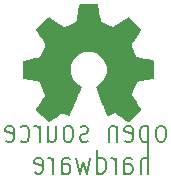
<source format=gbo>
G04 (created by PCBNEW-RS274X (2012-01-19 BZR 3256)-stable) date 24/08/2012 17:37:12*
G01*
G70*
G90*
%MOIN*%
G04 Gerber Fmt 3.4, Leading zero omitted, Abs format*
%FSLAX34Y34*%
G04 APERTURE LIST*
%ADD10C,0.006000*%
%ADD11C,0.008000*%
%ADD12C,0.000100*%
G04 APERTURE END LIST*
G54D10*
G54D11*
X05588Y02066D02*
X05588Y02866D01*
X05331Y02066D02*
X05331Y02485D01*
X05360Y02561D01*
X05417Y02600D01*
X05502Y02600D01*
X05560Y02561D01*
X05588Y02523D01*
X04788Y02066D02*
X04788Y02485D01*
X04817Y02561D01*
X04874Y02600D01*
X04988Y02600D01*
X05045Y02561D01*
X04788Y02104D02*
X04845Y02066D01*
X04988Y02066D01*
X05045Y02104D01*
X05074Y02180D01*
X05074Y02257D01*
X05045Y02333D01*
X04988Y02371D01*
X04845Y02371D01*
X04788Y02409D01*
X04502Y02066D02*
X04502Y02600D01*
X04502Y02447D02*
X04474Y02523D01*
X04445Y02561D01*
X04388Y02600D01*
X04331Y02600D01*
X03874Y02066D02*
X03874Y02866D01*
X03874Y02104D02*
X03931Y02066D01*
X04045Y02066D01*
X04103Y02104D01*
X04131Y02142D01*
X04160Y02219D01*
X04160Y02447D01*
X04131Y02523D01*
X04103Y02561D01*
X04045Y02600D01*
X03931Y02600D01*
X03874Y02561D01*
X03645Y02600D02*
X03531Y02066D01*
X03417Y02447D01*
X03302Y02066D01*
X03188Y02600D01*
X02702Y02066D02*
X02702Y02485D01*
X02731Y02561D01*
X02788Y02600D01*
X02902Y02600D01*
X02959Y02561D01*
X02702Y02104D02*
X02759Y02066D01*
X02902Y02066D01*
X02959Y02104D01*
X02988Y02180D01*
X02988Y02257D01*
X02959Y02333D01*
X02902Y02371D01*
X02759Y02371D01*
X02702Y02409D01*
X02416Y02066D02*
X02416Y02600D01*
X02416Y02447D02*
X02388Y02523D01*
X02359Y02561D01*
X02302Y02600D01*
X02245Y02600D01*
X01817Y02104D02*
X01874Y02066D01*
X01988Y02066D01*
X02045Y02104D01*
X02074Y02180D01*
X02074Y02485D01*
X02045Y02561D01*
X01988Y02600D01*
X01874Y02600D01*
X01817Y02561D01*
X01788Y02485D01*
X01788Y02409D01*
X02074Y02333D01*
X06044Y03126D02*
X06102Y03164D01*
X06130Y03202D01*
X06159Y03279D01*
X06159Y03507D01*
X06130Y03583D01*
X06102Y03621D01*
X06044Y03660D01*
X05959Y03660D01*
X05902Y03621D01*
X05873Y03583D01*
X05844Y03507D01*
X05844Y03279D01*
X05873Y03202D01*
X05902Y03164D01*
X05959Y03126D01*
X06044Y03126D01*
X05587Y03660D02*
X05587Y02860D01*
X05587Y03621D02*
X05530Y03660D01*
X05416Y03660D01*
X05359Y03621D01*
X05330Y03583D01*
X05301Y03507D01*
X05301Y03279D01*
X05330Y03202D01*
X05359Y03164D01*
X05416Y03126D01*
X05530Y03126D01*
X05587Y03164D01*
X04816Y03164D02*
X04873Y03126D01*
X04987Y03126D01*
X05044Y03164D01*
X05073Y03240D01*
X05073Y03545D01*
X05044Y03621D01*
X04987Y03660D01*
X04873Y03660D01*
X04816Y03621D01*
X04787Y03545D01*
X04787Y03469D01*
X05073Y03393D01*
X04530Y03660D02*
X04530Y03126D01*
X04530Y03583D02*
X04502Y03621D01*
X04444Y03660D01*
X04359Y03660D01*
X04302Y03621D01*
X04273Y03545D01*
X04273Y03126D01*
X03559Y03164D02*
X03502Y03126D01*
X03387Y03126D01*
X03330Y03164D01*
X03302Y03240D01*
X03302Y03279D01*
X03330Y03355D01*
X03387Y03393D01*
X03473Y03393D01*
X03530Y03431D01*
X03559Y03507D01*
X03559Y03545D01*
X03530Y03621D01*
X03473Y03660D01*
X03387Y03660D01*
X03330Y03621D01*
X02958Y03126D02*
X03016Y03164D01*
X03044Y03202D01*
X03073Y03279D01*
X03073Y03507D01*
X03044Y03583D01*
X03016Y03621D01*
X02958Y03660D01*
X02873Y03660D01*
X02816Y03621D01*
X02787Y03583D01*
X02758Y03507D01*
X02758Y03279D01*
X02787Y03202D01*
X02816Y03164D01*
X02873Y03126D01*
X02958Y03126D01*
X02244Y03660D02*
X02244Y03126D01*
X02501Y03660D02*
X02501Y03240D01*
X02473Y03164D01*
X02415Y03126D01*
X02330Y03126D01*
X02273Y03164D01*
X02244Y03202D01*
X01958Y03126D02*
X01958Y03660D01*
X01958Y03507D02*
X01930Y03583D01*
X01901Y03621D01*
X01844Y03660D01*
X01787Y03660D01*
X01330Y03164D02*
X01387Y03126D01*
X01501Y03126D01*
X01559Y03164D01*
X01587Y03202D01*
X01616Y03279D01*
X01616Y03507D01*
X01587Y03583D01*
X01559Y03621D01*
X01501Y03660D01*
X01387Y03660D01*
X01330Y03621D01*
X00845Y03164D02*
X00902Y03126D01*
X01016Y03126D01*
X01073Y03164D01*
X01102Y03240D01*
X01102Y03545D01*
X01073Y03621D01*
X01016Y03660D01*
X00902Y03660D01*
X00845Y03621D01*
X00816Y03545D01*
X00816Y03469D01*
X01102Y03393D01*
G54D12*
G36*
X02265Y03782D02*
X02288Y03794D01*
X02339Y03826D01*
X02412Y03874D01*
X02499Y03932D01*
X02586Y03991D01*
X02657Y04039D01*
X02707Y04071D01*
X02728Y04082D01*
X02739Y04078D01*
X02780Y04058D01*
X02840Y04027D01*
X02875Y04009D01*
X02930Y03986D01*
X02957Y03981D01*
X02962Y03988D01*
X02982Y04030D01*
X03013Y04102D01*
X03055Y04197D01*
X03102Y04308D01*
X03153Y04428D01*
X03204Y04550D01*
X03252Y04667D01*
X03295Y04772D01*
X03329Y04857D01*
X03352Y04916D01*
X03360Y04942D01*
X03358Y04947D01*
X03330Y04974D01*
X03282Y05010D01*
X03179Y05094D01*
X03076Y05222D01*
X03014Y05367D01*
X02993Y05528D01*
X03011Y05678D01*
X03070Y05822D01*
X03170Y05951D01*
X03291Y06047D01*
X03433Y06108D01*
X03593Y06127D01*
X03746Y06110D01*
X03892Y06052D01*
X04022Y05954D01*
X04076Y05891D01*
X04151Y05760D01*
X04194Y05620D01*
X04199Y05584D01*
X04192Y05430D01*
X04147Y05283D01*
X04066Y05151D01*
X03953Y05043D01*
X03939Y05032D01*
X03886Y04993D01*
X03851Y04966D01*
X03824Y04944D01*
X04020Y04472D01*
X04051Y04397D01*
X04105Y04268D01*
X04152Y04157D01*
X04190Y04069D01*
X04216Y04010D01*
X04228Y03986D01*
X04229Y03985D01*
X04246Y03982D01*
X04282Y03995D01*
X04348Y04027D01*
X04392Y04049D01*
X04442Y04073D01*
X04464Y04082D01*
X04483Y04072D01*
X04531Y04041D01*
X04601Y03994D01*
X04686Y03936D01*
X04766Y03882D01*
X04840Y03833D01*
X04894Y03799D01*
X04920Y03785D01*
X04924Y03785D01*
X04947Y03798D01*
X04989Y03833D01*
X05054Y03894D01*
X05145Y03984D01*
X05159Y03997D01*
X05233Y04073D01*
X05294Y04137D01*
X05335Y04182D01*
X05349Y04203D01*
X05349Y04203D01*
X05336Y04229D01*
X05302Y04282D01*
X05253Y04357D01*
X05193Y04445D01*
X05037Y04672D01*
X05123Y04886D01*
X05149Y04951D01*
X05183Y05031D01*
X05208Y05088D01*
X05220Y05113D01*
X05244Y05121D01*
X05302Y05135D01*
X05387Y05153D01*
X05489Y05172D01*
X05585Y05189D01*
X05672Y05206D01*
X05736Y05218D01*
X05764Y05224D01*
X05771Y05228D01*
X05776Y05241D01*
X05780Y05271D01*
X05782Y05324D01*
X05783Y05408D01*
X05783Y05528D01*
X05783Y05541D01*
X05782Y05657D01*
X05780Y05748D01*
X05777Y05809D01*
X05773Y05832D01*
X05773Y05833D01*
X05746Y05839D01*
X05684Y05852D01*
X05597Y05869D01*
X05493Y05889D01*
X05486Y05890D01*
X05383Y05910D01*
X05296Y05928D01*
X05235Y05942D01*
X05209Y05950D01*
X05204Y05958D01*
X05183Y05998D01*
X05153Y06062D01*
X05119Y06141D01*
X05085Y06222D01*
X05056Y06295D01*
X05036Y06350D01*
X05030Y06375D01*
X05031Y06375D01*
X05046Y06400D01*
X05082Y06454D01*
X05132Y06529D01*
X05193Y06617D01*
X05197Y06623D01*
X05257Y06711D01*
X05305Y06785D01*
X05337Y06838D01*
X05349Y06862D01*
X05349Y06863D01*
X05329Y06889D01*
X05285Y06939D01*
X05221Y07006D01*
X05144Y07083D01*
X05120Y07107D01*
X05035Y07190D01*
X04975Y07245D01*
X04939Y07274D01*
X04921Y07280D01*
X04920Y07280D01*
X04894Y07264D01*
X04839Y07228D01*
X04764Y07177D01*
X04675Y07116D01*
X04669Y07112D01*
X04581Y07053D01*
X04508Y07003D01*
X04456Y06969D01*
X04434Y06955D01*
X04430Y06955D01*
X04394Y06966D01*
X04332Y06988D01*
X04255Y07017D01*
X04174Y07050D01*
X04101Y07081D01*
X04045Y07106D01*
X04019Y07121D01*
X04019Y07122D01*
X04009Y07153D01*
X03994Y07219D01*
X03976Y07309D01*
X03955Y07416D01*
X03952Y07434D01*
X03932Y07538D01*
X03915Y07624D01*
X03903Y07684D01*
X03897Y07708D01*
X03882Y07712D01*
X03831Y07716D01*
X03753Y07718D01*
X03659Y07719D01*
X03560Y07718D01*
X03463Y07716D01*
X03380Y07713D01*
X03321Y07709D01*
X03297Y07704D01*
X03296Y07703D01*
X03287Y07670D01*
X03272Y07605D01*
X03254Y07514D01*
X03233Y07406D01*
X03229Y07387D01*
X03210Y07283D01*
X03192Y07198D01*
X03180Y07139D01*
X03173Y07116D01*
X03164Y07111D01*
X03121Y07092D01*
X03051Y07063D01*
X02965Y07028D01*
X02764Y06947D01*
X02518Y07116D01*
X02495Y07131D01*
X02407Y07191D01*
X02334Y07240D01*
X02284Y07272D01*
X02263Y07284D01*
X02261Y07283D01*
X02237Y07262D01*
X02188Y07216D01*
X02121Y07151D01*
X02044Y07074D01*
X01987Y07017D01*
X01919Y06948D01*
X01876Y06902D01*
X01853Y06872D01*
X01844Y06854D01*
X01846Y06842D01*
X01862Y06817D01*
X01898Y06763D01*
X01949Y06688D01*
X02009Y06601D01*
X02058Y06529D01*
X02111Y06446D01*
X02146Y06387D01*
X02158Y06358D01*
X02155Y06346D01*
X02138Y06298D01*
X02109Y06225D01*
X02072Y06139D01*
X01986Y05944D01*
X01859Y05919D01*
X01781Y05905D01*
X01673Y05884D01*
X01570Y05864D01*
X01408Y05833D01*
X01402Y05239D01*
X01427Y05228D01*
X01451Y05222D01*
X01511Y05208D01*
X01597Y05191D01*
X01697Y05172D01*
X01783Y05156D01*
X01870Y05140D01*
X01932Y05128D01*
X01960Y05122D01*
X01967Y05113D01*
X01988Y05071D01*
X02019Y05004D01*
X02053Y04924D01*
X02088Y04841D01*
X02118Y04764D01*
X02140Y04706D01*
X02148Y04675D01*
X02136Y04653D01*
X02103Y04602D01*
X02055Y04529D01*
X01997Y04443D01*
X01938Y04357D01*
X01888Y04284D01*
X01854Y04231D01*
X01839Y04207D01*
X01846Y04190D01*
X01881Y04149D01*
X01946Y04081D01*
X02042Y03986D01*
X02058Y03971D01*
X02135Y03897D01*
X02200Y03837D01*
X02245Y03797D01*
X02265Y03782D01*
X02265Y03782D01*
G37*
M02*

</source>
